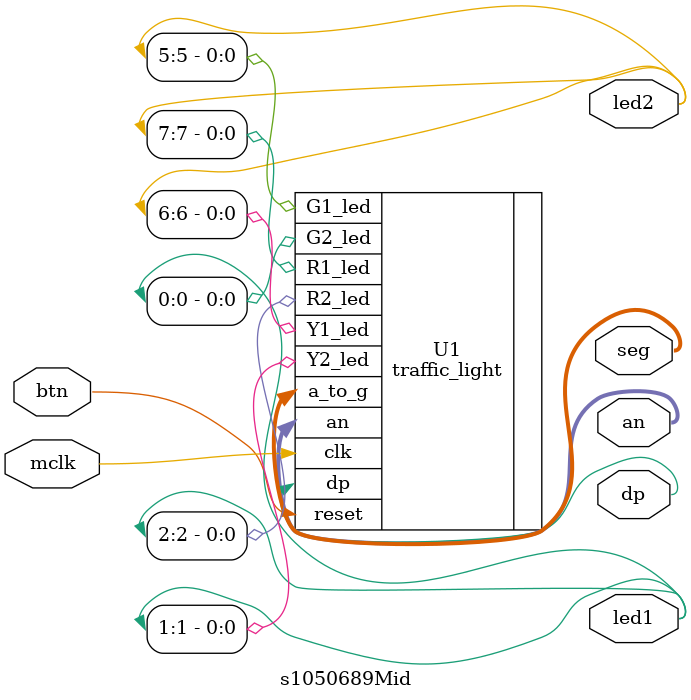
<source format=v>
`timescale 1ns / 1ps
module s1050689Mid(
		input wire mclk,
		input wire [0:0] btn,
		output wire [0:6] seg, 
		output wire [3:0] an,
		output wire dp,
		output [2:0] led1,
		output [7:5] led2	
	); 
	
traffic_light U1(
	  .clk(mclk),
	  .reset(btn),
	  .a_to_g(seg),
	  .R1_led(led2[7]),
	  .Y1_led(led2[6]),
	  .G1_led(led2[5]),
	  .R2_led(led1[2]),
	  .Y2_led(led1[1]),
	  .G2_led(led1[0]),
	  .an(an),
	  .dp(dp)
   );
endmodule


</source>
